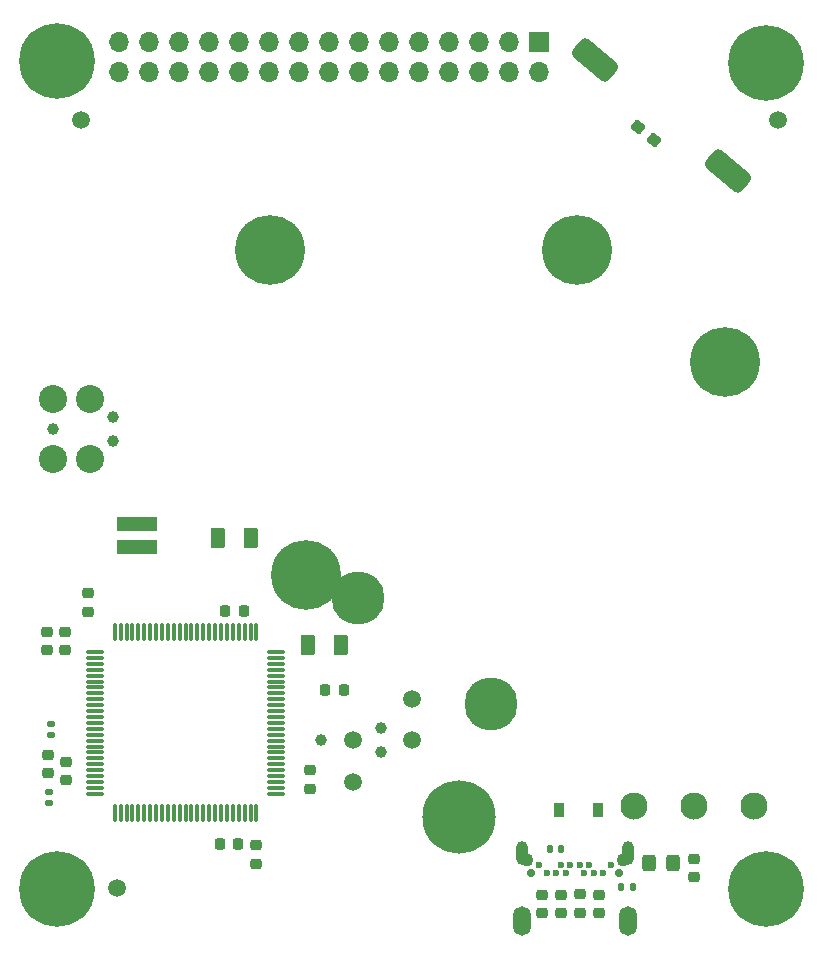
<source format=gbr>
G04 #@! TF.GenerationSoftware,KiCad,Pcbnew,7.0.7*
G04 #@! TF.CreationDate,2023-12-06T21:13:40-05:00*
G04 #@! TF.ProjectId,SARD_Motherboard,53415244-5f4d-46f7-9468-6572626f6172,rev?*
G04 #@! TF.SameCoordinates,Original*
G04 #@! TF.FileFunction,Soldermask,Bot*
G04 #@! TF.FilePolarity,Negative*
%FSLAX46Y46*%
G04 Gerber Fmt 4.6, Leading zero omitted, Abs format (unit mm)*
G04 Created by KiCad (PCBNEW 7.0.7) date 2023-12-06 21:13:40*
%MOMM*%
%LPD*%
G01*
G04 APERTURE LIST*
G04 Aperture macros list*
%AMRoundRect*
0 Rectangle with rounded corners*
0 $1 Rounding radius*
0 $2 $3 $4 $5 $6 $7 $8 $9 X,Y pos of 4 corners*
0 Add a 4 corners polygon primitive as box body*
4,1,4,$2,$3,$4,$5,$6,$7,$8,$9,$2,$3,0*
0 Add four circle primitives for the rounded corners*
1,1,$1+$1,$2,$3*
1,1,$1+$1,$4,$5*
1,1,$1+$1,$6,$7*
1,1,$1+$1,$8,$9*
0 Add four rect primitives between the rounded corners*
20,1,$1+$1,$2,$3,$4,$5,0*
20,1,$1+$1,$4,$5,$6,$7,0*
20,1,$1+$1,$6,$7,$8,$9,0*
20,1,$1+$1,$8,$9,$2,$3,0*%
G04 Aperture macros list end*
%ADD10C,2.300000*%
%ADD11C,0.700000*%
%ADD12C,0.600000*%
%ADD13O,1.000000X2.000000*%
%ADD14O,1.500000X2.500000*%
%ADD15C,1.100000*%
%ADD16C,2.375000*%
%ADD17C,0.991000*%
%ADD18C,6.400000*%
%ADD19C,6.200000*%
%ADD20R,1.700000X1.700000*%
%ADD21O,1.700000X1.700000*%
%ADD22RoundRect,0.218750X0.256250X-0.218750X0.256250X0.218750X-0.256250X0.218750X-0.256250X-0.218750X0*%
%ADD23C,5.900000*%
%ADD24RoundRect,0.218750X0.218750X0.256250X-0.218750X0.256250X-0.218750X-0.256250X0.218750X-0.256250X0*%
%ADD25RoundRect,0.225000X-0.250000X0.225000X-0.250000X-0.225000X0.250000X-0.225000X0.250000X0.225000X0*%
%ADD26RoundRect,0.218750X-0.256250X0.218750X-0.256250X-0.218750X0.256250X-0.218750X0.256250X0.218750X0*%
%ADD27RoundRect,0.250000X0.375000X0.625000X-0.375000X0.625000X-0.375000X-0.625000X0.375000X-0.625000X0*%
%ADD28RoundRect,0.147500X0.147500X0.172500X-0.147500X0.172500X-0.147500X-0.172500X0.147500X-0.172500X0*%
%ADD29RoundRect,0.147500X-0.147500X-0.172500X0.147500X-0.172500X0.147500X0.172500X-0.147500X0.172500X0*%
%ADD30R,3.400000X1.200000*%
%ADD31C,1.500000*%
%ADD32R,0.900000X1.200000*%
%ADD33RoundRect,0.249999X0.325001X0.450001X-0.325001X0.450001X-0.325001X-0.450001X0.325001X-0.450001X0*%
%ADD34RoundRect,0.147500X0.172500X-0.147500X0.172500X0.147500X-0.172500X0.147500X-0.172500X-0.147500X0*%
%ADD35RoundRect,0.250000X-0.375000X-0.625000X0.375000X-0.625000X0.375000X0.625000X-0.375000X0.625000X0*%
%ADD36RoundRect,0.070000X0.070000X-0.667500X0.070000X0.667500X-0.070000X0.667500X-0.070000X-0.667500X0*%
%ADD37RoundRect,0.070000X0.667500X-0.070000X0.667500X0.070000X-0.667500X0.070000X-0.667500X-0.070000X0*%
%ADD38RoundRect,0.237500X-0.372900X0.002866X0.067576X-0.366737X0.372900X-0.002866X-0.067576X0.366737X0*%
%ADD39RoundRect,0.500000X1.470460X-0.581159X-0.827673X1.347204X-1.470460X0.581159X0.827673X-1.347204X0*%
%ADD40C,4.500000*%
G04 APERTURE END LIST*
D10*
X178930000Y-133100000D03*
X173850000Y-133100000D03*
X168770000Y-133100000D03*
D11*
X160075000Y-138730000D03*
X167525000Y-138730000D03*
D12*
X166850000Y-138030000D03*
X166200000Y-138730000D03*
X165400000Y-138730000D03*
X165000000Y-138030000D03*
X164600000Y-138730000D03*
X164200000Y-138030000D03*
X163400000Y-138030000D03*
X163000000Y-138730000D03*
X162600000Y-138030000D03*
X162200000Y-138730000D03*
X161400000Y-138730000D03*
X160750000Y-138030000D03*
D13*
X159300000Y-137080000D03*
D14*
X159300000Y-142830000D03*
D15*
X159750000Y-137630000D03*
X167850000Y-137630000D03*
D13*
X168300000Y-137080000D03*
D14*
X168300000Y-142830000D03*
D16*
X119600000Y-98560000D03*
D17*
X119600000Y-101100000D03*
D16*
X119600000Y-103640000D03*
X122775000Y-98560000D03*
X122775000Y-103640000D03*
D17*
X124680000Y-100084000D03*
X124680000Y-102116000D03*
X142332000Y-127508000D03*
X147412000Y-126492000D03*
X147412000Y-128524000D03*
D18*
X119975000Y-69975000D03*
D19*
X154000000Y-134000000D03*
D18*
X119975000Y-140075000D03*
X179975000Y-140125000D03*
D20*
X160775000Y-68375000D03*
D21*
X160775000Y-70915000D03*
X158235000Y-68375000D03*
X158235000Y-70915000D03*
X155695000Y-68375000D03*
X155695000Y-70915000D03*
X153155000Y-68375000D03*
X153155000Y-70915000D03*
X150615000Y-68375000D03*
X150615000Y-70915000D03*
X148075000Y-68375000D03*
X148075000Y-70915000D03*
X145535000Y-68375000D03*
X145535000Y-70915000D03*
X142995000Y-68375000D03*
X142995000Y-70915000D03*
X140455000Y-68375000D03*
X140455000Y-70915000D03*
X137915000Y-68375000D03*
X137915000Y-70915000D03*
X135375000Y-68375000D03*
X135375000Y-70915000D03*
X132835000Y-68375000D03*
X132835000Y-70915000D03*
X130295000Y-68375000D03*
X130295000Y-70915000D03*
X127755000Y-68375000D03*
X127755000Y-70915000D03*
X125215000Y-68375000D03*
X125215000Y-70915000D03*
D18*
X179975000Y-70175000D03*
D22*
X122575000Y-116637500D03*
X122575000Y-115062500D03*
D23*
X176500000Y-95500000D03*
X164000000Y-86000000D03*
X141000000Y-113500000D03*
X138000000Y-86000000D03*
D24*
X144200000Y-123200000D03*
X142625000Y-123200000D03*
D22*
X119200000Y-130287500D03*
X119200000Y-128712500D03*
D25*
X173900000Y-137525000D03*
X173900000Y-139075000D03*
D26*
X141400000Y-130012500D03*
X141400000Y-131587500D03*
D27*
X136400000Y-110400000D03*
X133600000Y-110400000D03*
D22*
X120650000Y-119887500D03*
X120650000Y-118312500D03*
D24*
X135762500Y-116525000D03*
X134187500Y-116525000D03*
X135287500Y-136300000D03*
X133712500Y-136300000D03*
D22*
X136800000Y-137937500D03*
X136800000Y-136362500D03*
X162600000Y-142137500D03*
X162600000Y-140562500D03*
X164200000Y-142122500D03*
X164200000Y-140547500D03*
D28*
X162635000Y-136700000D03*
X161665000Y-136700000D03*
D29*
X167715000Y-139900000D03*
X168685000Y-139900000D03*
D22*
X120700000Y-130887500D03*
X120700000Y-129312500D03*
D26*
X165800000Y-140572500D03*
X165800000Y-142147500D03*
D30*
X126700000Y-111150000D03*
X126700000Y-109150000D03*
D31*
X125000000Y-140000000D03*
X122000000Y-75000000D03*
X181000000Y-75000000D03*
D32*
X165720000Y-133400000D03*
X162420000Y-133400000D03*
D33*
X172125000Y-137850000D03*
X170075000Y-137850000D03*
D34*
X119250000Y-132835000D03*
X119250000Y-131865000D03*
X119450000Y-127085000D03*
X119450000Y-126115000D03*
D35*
X141160000Y-119400000D03*
X143960000Y-119400000D03*
D26*
X161000000Y-140562500D03*
X161000000Y-142137500D03*
D22*
X119100000Y-119887500D03*
X119100000Y-118312500D03*
D36*
X136825000Y-133687500D03*
X136325000Y-133687500D03*
X135825000Y-133687500D03*
X135325000Y-133687500D03*
X134825000Y-133687500D03*
X134325000Y-133687500D03*
X133825000Y-133687500D03*
X133325000Y-133687500D03*
X132825000Y-133687500D03*
X132325000Y-133687500D03*
X131825000Y-133687500D03*
X131325000Y-133687500D03*
X130825000Y-133687500D03*
X130325000Y-133687500D03*
X129825000Y-133687500D03*
X129325000Y-133687500D03*
X128825000Y-133687500D03*
X128325000Y-133687500D03*
X127825000Y-133687500D03*
X127325000Y-133687500D03*
X126825000Y-133687500D03*
X126325000Y-133687500D03*
X125825000Y-133687500D03*
X125325000Y-133687500D03*
X124825000Y-133687500D03*
D37*
X123162500Y-132025000D03*
X123162500Y-131525000D03*
X123162500Y-131025000D03*
X123162500Y-130525000D03*
X123162500Y-130025000D03*
X123162500Y-129525000D03*
X123162500Y-129025000D03*
X123162500Y-128525000D03*
X123162500Y-128025000D03*
X123162500Y-127525000D03*
X123162500Y-127025000D03*
X123162500Y-126525000D03*
X123162500Y-126025000D03*
X123162500Y-125525000D03*
X123162500Y-125025000D03*
X123162500Y-124525000D03*
X123162500Y-124025000D03*
X123162500Y-123525000D03*
X123162500Y-123025000D03*
X123162500Y-122525000D03*
X123162500Y-122025000D03*
X123162500Y-121525000D03*
X123162500Y-121025000D03*
X123162500Y-120525000D03*
X123162500Y-120025000D03*
D36*
X124825000Y-118362500D03*
X125325000Y-118362500D03*
X125825000Y-118362500D03*
X126325000Y-118362500D03*
X126825000Y-118362500D03*
X127325000Y-118362500D03*
X127825000Y-118362500D03*
X128325000Y-118362500D03*
X128825000Y-118362500D03*
X129325000Y-118362500D03*
X129825000Y-118362500D03*
X130325000Y-118362500D03*
X130825000Y-118362500D03*
X131325000Y-118362500D03*
X131825000Y-118362500D03*
X132325000Y-118362500D03*
X132825000Y-118362500D03*
X133325000Y-118362500D03*
X133825000Y-118362500D03*
X134325000Y-118362500D03*
X134825000Y-118362500D03*
X135325000Y-118362500D03*
X135825000Y-118362500D03*
X136325000Y-118362500D03*
X136825000Y-118362500D03*
D37*
X138487500Y-120025000D03*
X138487500Y-120525000D03*
X138487500Y-121025000D03*
X138487500Y-121525000D03*
X138487500Y-122025000D03*
X138487500Y-122525000D03*
X138487500Y-123025000D03*
X138487500Y-123525000D03*
X138487500Y-124025000D03*
X138487500Y-124525000D03*
X138487500Y-125025000D03*
X138487500Y-125525000D03*
X138487500Y-126025000D03*
X138487500Y-126525000D03*
X138487500Y-127025000D03*
X138487500Y-127525000D03*
X138487500Y-128025000D03*
X138487500Y-128525000D03*
X138487500Y-129025000D03*
X138487500Y-129525000D03*
X138487500Y-130025000D03*
X138487500Y-130525000D03*
X138487500Y-131025000D03*
X138487500Y-131525000D03*
X138487500Y-132025000D03*
D38*
X169149711Y-75532561D03*
X170490289Y-76657439D03*
D39*
X176782498Y-79316677D03*
X165521644Y-69867699D03*
D31*
X145000000Y-131000000D03*
X145000000Y-127500000D03*
D40*
X156700000Y-124450000D03*
X156700000Y-124450000D03*
D31*
X150000000Y-124000000D03*
X150000000Y-127500000D03*
D40*
X145400000Y-115450000D03*
X145400000Y-115450000D03*
M02*

</source>
